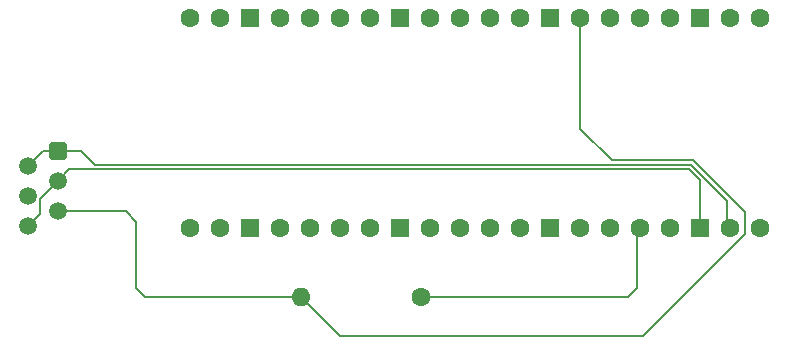
<source format=gtl>
G04 #@! TF.GenerationSoftware,KiCad,Pcbnew,8.0.3*
G04 #@! TF.CreationDate,2024-06-17T17:54:27+02:00*
G04 #@! TF.ProjectId,Rasppipico f_r HAN-port,52617370-7069-4706-9963-6f2066f67220,rev?*
G04 #@! TF.SameCoordinates,Original*
G04 #@! TF.FileFunction,Copper,L1,Top*
G04 #@! TF.FilePolarity,Positive*
%FSLAX46Y46*%
G04 Gerber Fmt 4.6, Leading zero omitted, Abs format (unit mm)*
G04 Created by KiCad (PCBNEW 8.0.3) date 2024-06-17 17:54:27*
%MOMM*%
%LPD*%
G01*
G04 APERTURE LIST*
G04 Aperture macros list*
%AMRoundRect*
0 Rectangle with rounded corners*
0 $1 Rounding radius*
0 $2 $3 $4 $5 $6 $7 $8 $9 X,Y pos of 4 corners*
0 Add a 4 corners polygon primitive as box body*
4,1,4,$2,$3,$4,$5,$6,$7,$8,$9,$2,$3,0*
0 Add four circle primitives for the rounded corners*
1,1,$1+$1,$2,$3*
1,1,$1+$1,$4,$5*
1,1,$1+$1,$6,$7*
1,1,$1+$1,$8,$9*
0 Add four rect primitives between the rounded corners*
20,1,$1+$1,$2,$3,$4,$5,0*
20,1,$1+$1,$4,$5,$6,$7,0*
20,1,$1+$1,$6,$7,$8,$9,0*
20,1,$1+$1,$8,$9,$2,$3,0*%
G04 Aperture macros list end*
G04 #@! TA.AperFunction,ComponentPad*
%ADD10O,1.600000X1.600000*%
G04 #@! TD*
G04 #@! TA.AperFunction,ComponentPad*
%ADD11C,1.600000*%
G04 #@! TD*
G04 #@! TA.AperFunction,ComponentPad*
%ADD12C,1.520000*%
G04 #@! TD*
G04 #@! TA.AperFunction,ComponentPad*
%ADD13RoundRect,0.250000X-0.510000X0.510000X-0.510000X-0.510000X0.510000X-0.510000X0.510000X0.510000X0*%
G04 #@! TD*
G04 #@! TA.AperFunction,ComponentPad*
%ADD14RoundRect,0.200000X-0.600000X0.600000X-0.600000X-0.600000X0.600000X-0.600000X0.600000X0.600000X0*%
G04 #@! TD*
G04 #@! TA.AperFunction,Conductor*
%ADD15C,0.200000*%
G04 #@! TD*
G04 APERTURE END LIST*
D10*
X133512000Y-102718000D03*
D11*
X143672000Y-102718000D03*
D12*
X110350000Y-96744000D03*
X112890000Y-95474000D03*
X110350000Y-94204000D03*
X112890000Y-92934000D03*
X110350000Y-91664000D03*
D13*
X112890000Y-90394000D03*
D11*
X172374000Y-79096000D03*
X169834000Y-79096000D03*
D14*
X167294000Y-79096000D03*
D11*
X164754000Y-79096000D03*
X162214000Y-79096000D03*
X159674000Y-79096000D03*
X157134000Y-79096000D03*
D14*
X154594000Y-79096000D03*
D11*
X152054000Y-79096000D03*
X149514000Y-79096000D03*
X146974000Y-79096000D03*
X144434000Y-79096000D03*
D14*
X141894000Y-79096000D03*
D11*
X139354000Y-79096000D03*
X136814000Y-79096000D03*
X134274000Y-79137881D03*
X131734000Y-79096000D03*
D14*
X129194000Y-79096000D03*
D11*
X126654000Y-79096000D03*
X124114000Y-79096000D03*
X124114000Y-96876000D03*
X126654000Y-96876000D03*
D14*
X129194000Y-96876000D03*
D11*
X131734000Y-96876000D03*
X134274000Y-96876000D03*
X136814000Y-96876000D03*
X139354000Y-96876000D03*
D14*
X141894000Y-96876000D03*
D11*
X144434000Y-96876000D03*
X146974000Y-96876000D03*
X149514000Y-96876000D03*
X152054000Y-96876000D03*
D14*
X154594000Y-96876000D03*
D11*
X157134000Y-96876000D03*
X159674000Y-96876000D03*
X162214000Y-96876000D03*
X164754000Y-96876000D03*
D14*
X167294000Y-96876000D03*
D11*
X169834000Y-96876000D03*
X172374000Y-96876000D03*
D15*
X114866000Y-90394000D02*
X116014000Y-91542000D01*
X112890000Y-90394000D02*
X114866000Y-90394000D01*
X111620000Y-90394000D02*
X112890000Y-90394000D01*
X110350000Y-91664000D02*
X111620000Y-90394000D01*
X111410000Y-95684000D02*
X110350000Y-96744000D01*
X111410000Y-94414000D02*
X111410000Y-95684000D01*
X112890000Y-92934000D02*
X111410000Y-94414000D01*
X113882000Y-91942000D02*
X112890000Y-92934000D01*
X167294000Y-92869686D02*
X166366314Y-91942000D01*
X166366314Y-91942000D02*
X113882000Y-91942000D01*
X167294000Y-96876000D02*
X167294000Y-92869686D01*
X118648000Y-95474000D02*
X112890000Y-95474000D01*
X119542000Y-101956000D02*
X119542000Y-96368000D01*
X120304000Y-102718000D02*
X119542000Y-101956000D01*
X119542000Y-96368000D02*
X118648000Y-95474000D01*
X133512000Y-102718000D02*
X120304000Y-102718000D01*
X161960000Y-97130000D02*
X162214000Y-96876000D01*
X161960000Y-101956000D02*
X161960000Y-97130000D01*
X161198000Y-102718000D02*
X161960000Y-101956000D01*
X143672000Y-102718000D02*
X161198000Y-102718000D01*
X169580000Y-94590000D02*
X169580000Y-96622000D01*
X166532000Y-91542000D02*
X169580000Y-94590000D01*
X116014000Y-91542000D02*
X166532000Y-91542000D01*
X133512000Y-102718000D02*
X136814000Y-106020000D01*
X162468000Y-106020000D02*
X171104000Y-97384000D01*
X136814000Y-106020000D02*
X162468000Y-106020000D01*
X166697686Y-91142000D02*
X159782000Y-91142000D01*
X171104000Y-97384000D02*
X171104000Y-95548314D01*
X159782000Y-91142000D02*
X157134000Y-88494000D01*
X171104000Y-95548314D02*
X166697686Y-91142000D01*
X157134000Y-88494000D02*
X157134000Y-79096000D01*
M02*

</source>
